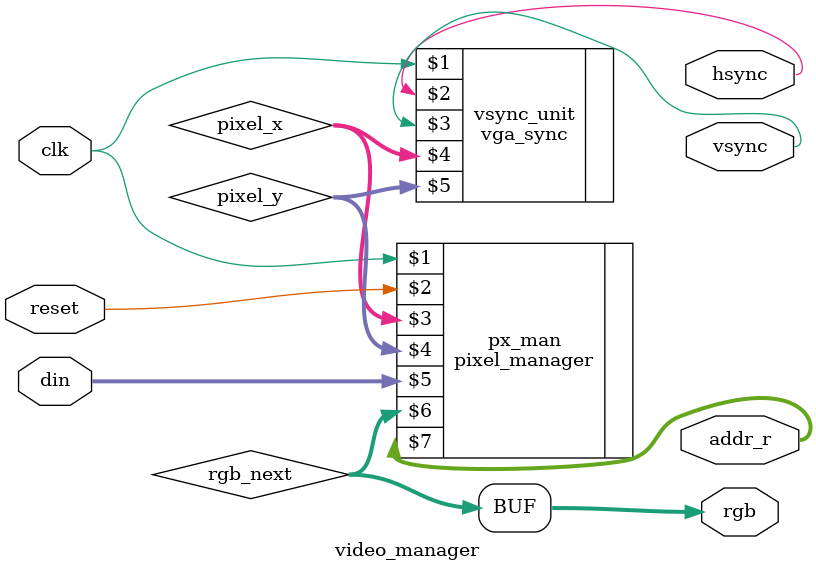
<source format=v>
`timescale 1ns / 1ps
module video_manager
   (
   clk, 
	reset,
	din,
	hsync,
	vsync,
	rgb,
	addr_r
   );

//=============Input Ports=============================
	input 	clk;	// Reloj del sistema
	input 	reset;	// Reset
	input	[31:0]din;
	
//=============Output Ports===========================
	output	hsync;
	output	vsync;
	output	[7:0] rgb;
	output 	[18:0]addr_r;
	
//=============Input ports Data Type===================
	wire 	clk;
	wire 	reset;
	wire	[31:0]din;
	
//=============Output Ports Data Type==================
	wire	hsync;
	wire	vsync;
	wire	[7:0] rgb;
	wire  	[18:0] addr_r;
	
//=============Internal Variables======================
   wire 	[9:0] pixel_x, pixel_y;
   //reg 		[7:0] rgb_reg;
   wire 	[7:0] rgb_next;
	
//==========Code startes Here==========================
	
	
   // instantiate vga sync circuit
   vga_sync vsync_unit(clk, hsync, vsync, pixel_x, pixel_y);

   // font generation circuit
   pixel_manager px_man(clk, reset, pixel_x, pixel_y, din, rgb_next, addr_r);

   // rgb buffer
   //always @(posedge clk)
      //if (pixel_tick)
         //rgb_reg <= rgb_next;

   // output
   assign rgb = rgb_next;

endmodule


</source>
